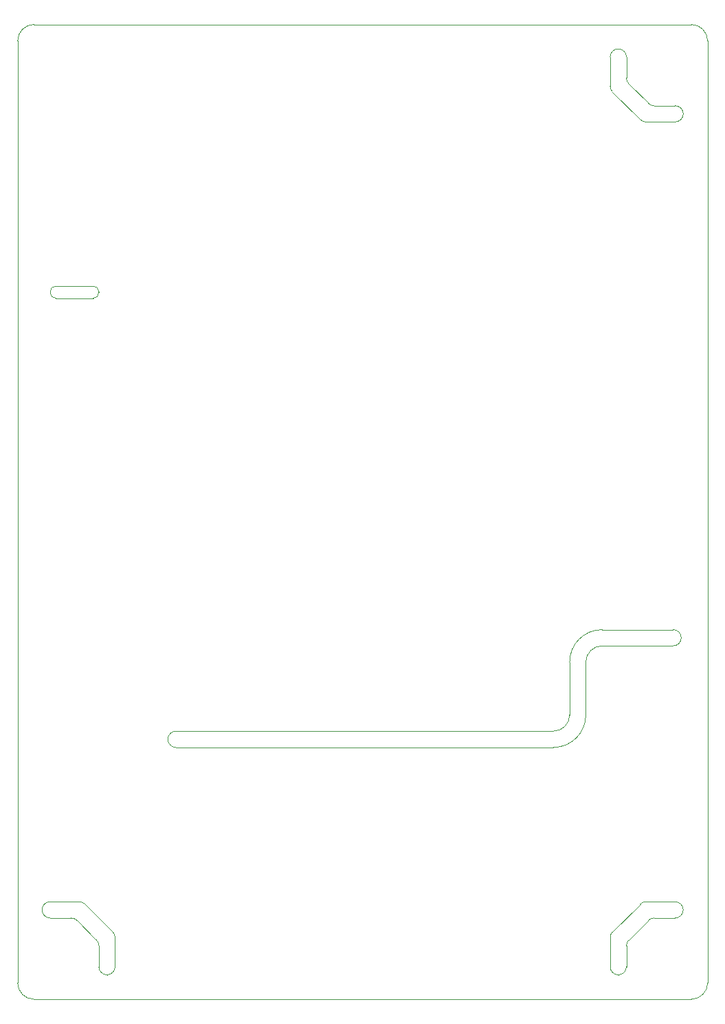
<source format=gbr>
%TF.GenerationSoftware,KiCad,Pcbnew,8.0.0-rc3-2-g1717f39daf*%
%TF.CreationDate,2024-02-17T21:45:03+01:00*%
%TF.ProjectId,ACDC150V24,41434443-3135-4305-9632-342e6b696361,rev?*%
%TF.SameCoordinates,Original*%
%TF.FileFunction,Profile,NP*%
%FSLAX46Y46*%
G04 Gerber Fmt 4.6, Leading zero omitted, Abs format (unit mm)*
G04 Created by KiCad (PCBNEW 8.0.0-rc3-2-g1717f39daf) date 2024-02-17 21:45:03*
%MOMM*%
%LPD*%
G01*
G04 APERTURE LIST*
%TA.AperFunction,Profile*%
%ADD10C,0.100000*%
%TD*%
G04 APERTURE END LIST*
D10*
X44607107Y-134607107D02*
G75*
G02*
X44899961Y-135314214I-707207J-707093D01*
G01*
X40485786Y-130900000D02*
X36900000Y-130900000D01*
X106900000Y-139900000D02*
G75*
G02*
X105900000Y-138900000I0J1000000D01*
G01*
X113650000Y-97400000D02*
G75*
G02*
X114650000Y-98400000I0J-1000000D01*
G01*
X106900000Y-139900000D02*
X106900000Y-139900000D01*
X35900000Y-131900000D02*
G75*
G02*
X36900000Y-130900000I1000000J0D01*
G01*
X109607107Y-131192893D02*
G75*
G02*
X110314214Y-130900039I707093J-707207D01*
G01*
X117900000Y-24900000D02*
X117900000Y-140900000D01*
X44607107Y-134607107D02*
X41192893Y-131192893D01*
X113900000Y-130900000D02*
G75*
G02*
X114900000Y-131900000I0J-1000000D01*
G01*
X114900000Y-131900000D02*
X114900000Y-131900000D01*
X106192893Y-31192893D02*
G75*
G02*
X105900039Y-30485786I707207J707093D01*
G01*
X39485786Y-132900000D02*
G75*
G02*
X40192879Y-133192907I14J-999900D01*
G01*
X51400000Y-110900000D02*
G75*
G02*
X52400000Y-109900000I1000000J0D01*
G01*
X111314214Y-132900000D02*
X113900000Y-132900000D01*
X43900000Y-139900000D02*
X43900000Y-139900000D01*
X42607107Y-135607107D02*
G75*
G02*
X42899961Y-136314214I-707207J-707093D01*
G01*
X37600000Y-56600000D02*
X42200000Y-56600000D01*
X108192893Y-135607107D02*
X110607107Y-133192893D01*
X107900000Y-29485786D02*
X107900000Y-26900000D01*
X42200000Y-55100000D02*
X37600000Y-55100000D01*
X108192893Y-30192893D02*
G75*
G02*
X107900010Y-29485786I707107J707093D01*
G01*
X110314214Y-34900000D02*
G75*
G02*
X109607121Y-34607093I-14J999900D01*
G01*
X100900000Y-101400000D02*
X100900000Y-107900000D01*
X102900000Y-107900000D02*
X102900000Y-101400000D01*
X114900000Y-33900000D02*
G75*
G02*
X113900000Y-34900000I-1000000J0D01*
G01*
X114900000Y-33900000D02*
X114900000Y-33900000D01*
X42900000Y-55900000D02*
G75*
G02*
X42200000Y-56600000I-700000J0D01*
G01*
X113900000Y-130900000D02*
X110314214Y-130900000D01*
X52400000Y-111900000D02*
X98900000Y-111900000D01*
X115900000Y-142900000D02*
X34900000Y-142900000D01*
X43900000Y-139900000D02*
G75*
G02*
X42900000Y-138900000I0J1000000D01*
G01*
X36900000Y-55800000D02*
X36900000Y-55900000D01*
X51400000Y-110900000D02*
X51400000Y-110900000D01*
X100900000Y-101400000D02*
G75*
G02*
X104900000Y-97400000I4000000J0D01*
G01*
X113900000Y-32900000D02*
G75*
G02*
X114900000Y-33900000I0J-1000000D01*
G01*
X36900000Y-132900000D02*
G75*
G02*
X35900000Y-131900000I0J1000000D01*
G01*
X105900000Y-26900000D02*
G75*
G02*
X106900000Y-25900000I1000000J0D01*
G01*
X114900000Y-131900000D02*
G75*
G02*
X113900000Y-132900000I-1000000J0D01*
G01*
X110314214Y-34900000D02*
X113900000Y-34900000D01*
X42900000Y-136314214D02*
X42900000Y-138900000D01*
X32900000Y-140900000D02*
X32900000Y-24900000D01*
X40192893Y-133192893D02*
X42607107Y-135607107D01*
X52400000Y-111900000D02*
G75*
G02*
X51400000Y-110900000I0J1000000D01*
G01*
X42900000Y-55900000D02*
X42900000Y-55800000D01*
X36900000Y-55800000D02*
G75*
G02*
X37600000Y-55100000I700000J0D01*
G01*
X40485786Y-130900000D02*
G75*
G02*
X41192900Y-131192886I14J-1000000D01*
G01*
X109607107Y-131192893D02*
X106192893Y-134607107D01*
X34900000Y-22900000D02*
X115900000Y-22900000D01*
X113650000Y-99400000D02*
X104900000Y-99400000D01*
X105900000Y-135314214D02*
G75*
G02*
X106192886Y-134607100I1000000J14D01*
G01*
X44900000Y-138900000D02*
G75*
G02*
X43900000Y-139900000I-1000000J0D01*
G01*
X32900000Y-24900000D02*
G75*
G02*
X34900000Y-22900000I2000000J0D01*
G01*
X34900000Y-142900000D02*
G75*
G02*
X32900000Y-140900000I0J2000000D01*
G01*
X102900000Y-107900000D02*
G75*
G02*
X98900000Y-111900000I-4000000J0D01*
G01*
X42200000Y-55100000D02*
G75*
G02*
X42900000Y-55800000I0J-700000D01*
G01*
X106900000Y-25900000D02*
X106900000Y-25900000D01*
X98900000Y-109900000D02*
X52400000Y-109900000D01*
X102900000Y-101400000D02*
G75*
G02*
X104900000Y-99400000I2000000J0D01*
G01*
X100900000Y-107900000D02*
G75*
G02*
X98900000Y-109900000I-2000000J0D01*
G01*
X114650000Y-98400000D02*
G75*
G02*
X113650000Y-99400000I-1000000J0D01*
G01*
X35900000Y-131900000D02*
X35900000Y-131900000D01*
X113900000Y-32900000D02*
X111314214Y-32900000D01*
X107900000Y-138900000D02*
G75*
G02*
X106900000Y-139900000I-1000000J0D01*
G01*
X105900000Y-26900000D02*
X105900000Y-30485786D01*
X113650000Y-97400000D02*
X104900000Y-97400000D01*
X44900000Y-138900000D02*
X44900000Y-135314214D01*
X106900000Y-25900000D02*
G75*
G02*
X107900000Y-26900000I0J-1000000D01*
G01*
X111314214Y-32900000D02*
G75*
G02*
X110607100Y-32607114I-14J1000000D01*
G01*
X107900000Y-136314214D02*
G75*
G02*
X108192907Y-135607121I999900J14D01*
G01*
X110607107Y-133192893D02*
G75*
G02*
X111314214Y-132900010I707093J-707107D01*
G01*
X105900000Y-135314214D02*
X105900000Y-138900000D01*
X110607107Y-32607107D02*
X108192893Y-30192893D01*
X37600000Y-56600000D02*
G75*
G02*
X36900000Y-55900000I0J700000D01*
G01*
X117900000Y-140900000D02*
G75*
G02*
X115900000Y-142900000I-2000000J0D01*
G01*
X36900000Y-132900000D02*
X39485786Y-132900000D01*
X106192893Y-31192893D02*
X109607107Y-34607107D01*
X107900000Y-138900000D02*
X107900000Y-136314214D01*
X115900000Y-22900000D02*
G75*
G02*
X117900000Y-24900000I0J-2000000D01*
G01*
M02*

</source>
